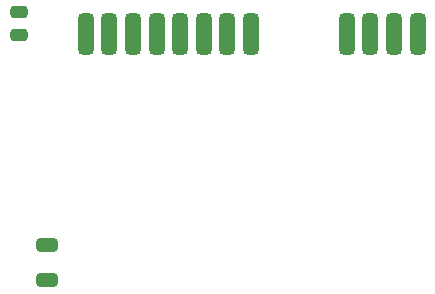
<source format=gbr>
%TF.GenerationSoftware,KiCad,Pcbnew,9.0.0*%
%TF.CreationDate,2025-03-25T20:09:49+01:00*%
%TF.ProjectId,raumtemp_front,7261756d-7465-46d7-905f-66726f6e742e,rev?*%
%TF.SameCoordinates,Original*%
%TF.FileFunction,Paste,Top*%
%TF.FilePolarity,Positive*%
%FSLAX46Y46*%
G04 Gerber Fmt 4.6, Leading zero omitted, Abs format (unit mm)*
G04 Created by KiCad (PCBNEW 9.0.0) date 2025-03-25 20:09:49*
%MOMM*%
%LPD*%
G01*
G04 APERTURE LIST*
G04 Aperture macros list*
%AMRoundRect*
0 Rectangle with rounded corners*
0 $1 Rounding radius*
0 $2 $3 $4 $5 $6 $7 $8 $9 X,Y pos of 4 corners*
0 Add a 4 corners polygon primitive as box body*
4,1,4,$2,$3,$4,$5,$6,$7,$8,$9,$2,$3,0*
0 Add four circle primitives for the rounded corners*
1,1,$1+$1,$2,$3*
1,1,$1+$1,$4,$5*
1,1,$1+$1,$6,$7*
1,1,$1+$1,$8,$9*
0 Add four rect primitives between the rounded corners*
20,1,$1+$1,$2,$3,$4,$5,0*
20,1,$1+$1,$4,$5,$6,$7,0*
20,1,$1+$1,$6,$7,$8,$9,0*
20,1,$1+$1,$8,$9,$2,$3,0*%
G04 Aperture macros list end*
%ADD10RoundRect,0.250000X0.475000X-0.250000X0.475000X0.250000X-0.475000X0.250000X-0.475000X-0.250000X0*%
%ADD11RoundRect,0.250000X-0.650000X0.325000X-0.650000X-0.325000X0.650000X-0.325000X0.650000X0.325000X0*%
%ADD12RoundRect,0.325000X0.325000X1.425000X-0.325000X1.425000X-0.325000X-1.425000X0.325000X-1.425000X0*%
G04 APERTURE END LIST*
D10*
%TO.C,C1*%
X150550000Y-98200000D03*
X150550000Y-96300000D03*
%TD*%
D11*
%TO.C,C2*%
X152900000Y-116025000D03*
X152900000Y-118975000D03*
%TD*%
D12*
%TO.C,J1*%
X184300000Y-98100000D03*
X182300000Y-98100000D03*
X180300000Y-98100000D03*
X178300000Y-98100000D03*
%TD*%
%TO.C,J2*%
X170200000Y-98100000D03*
X168200000Y-98100000D03*
X166200000Y-98100000D03*
X164200000Y-98100000D03*
X162200000Y-98100000D03*
X160200000Y-98100000D03*
X158200000Y-98100000D03*
X156200000Y-98100000D03*
%TD*%
M02*

</source>
